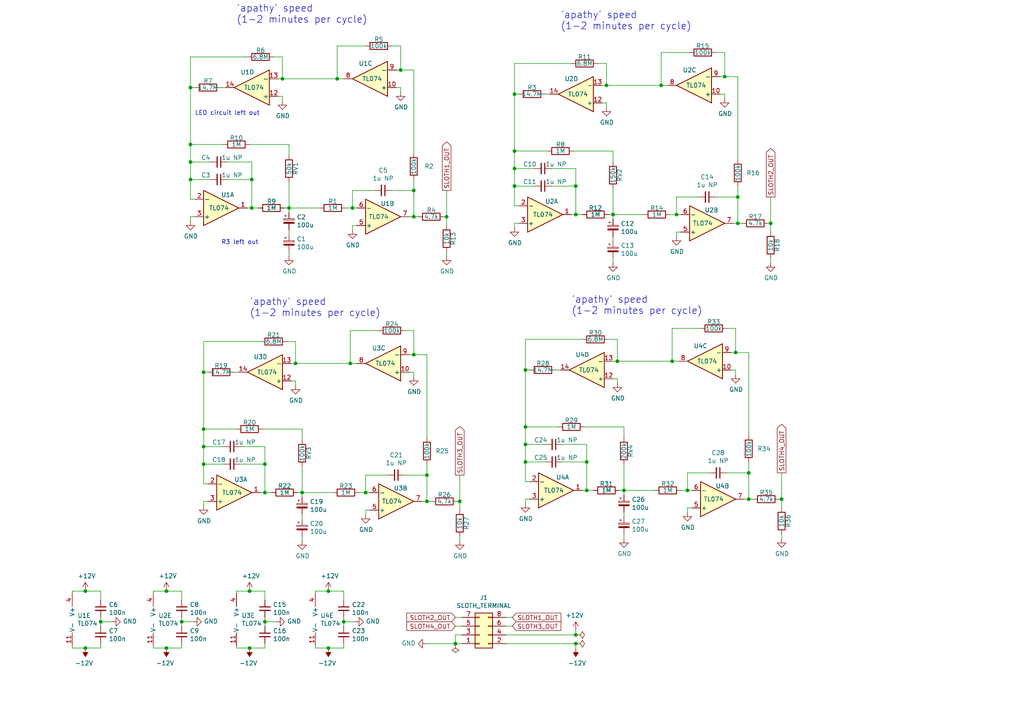
<source format=kicad_sch>
(kicad_sch (version 20211123) (generator eeschema)
  (paper "A4")
  (junction (at 133.35 145.415))
  (junction (at 99.695 180.34))
  (junction (at 85.725 105.41))
  (junction (at 95.25 187.96))
  (junction (at 24.765 171.45))
  (junction (at 101.6 105.41))
  (junction (at 81.915 22.86))
  (junction (at 149.225 27.305))
  (junction (at 76.835 180.34))
  (junction (at 179.07 104.775))
  (junction (at 106.045 142.875))
  (junction (at 123.825 137.795))
  (junction (at 167.005 186.69))
  (junction (at 152.4 128.905))
  (junction (at 196.215 62.23))
  (junction (at 217.17 137.16))
  (junction (at 149.225 43.815))
  (junction (at 55.245 52.07))
  (junction (at 167.005 62.23))
  (junction (at 167.005 53.975))
  (junction (at 95.25 171.45))
  (junction (at 152.4 133.985))
  (junction (at 223.52 64.77))
  (junction (at 120.015 62.865))
  (junction (at 55.245 25.4))
  (junction (at 180.975 142.24))
  (junction (at 213.995 57.15))
  (junction (at 102.235 60.325))
  (junction (at 24.765 187.96))
  (junction (at 152.4 123.825))
  (junction (at 199.39 142.24))
  (junction (at 149.225 48.895))
  (junction (at 213.995 64.77))
  (junction (at 73.025 60.325))
  (junction (at 48.26 171.45))
  (junction (at 29.21 180.34))
  (junction (at 129.54 62.865))
  (junction (at 73.025 52.07))
  (junction (at 97.79 22.86))
  (junction (at 167.005 184.15))
  (junction (at 194.945 104.775))
  (junction (at 76.835 134.62))
  (junction (at 55.245 41.91))
  (junction (at 83.82 60.325))
  (junction (at 152.4 107.315))
  (junction (at 55.245 46.99))
  (junction (at 170.18 133.985))
  (junction (at 177.8 62.23))
  (junction (at 226.695 144.78))
  (junction (at 59.055 134.62))
  (junction (at 52.705 180.34))
  (junction (at 72.39 187.96))
  (junction (at 59.055 129.54))
  (junction (at 217.17 144.78))
  (junction (at 120.015 102.87))
  (junction (at 76.835 142.875))
  (junction (at 213.36 102.235))
  (junction (at 120.015 55.245))
  (junction (at 59.055 107.95))
  (junction (at 59.055 124.46))
  (junction (at 116.205 20.32))
  (junction (at 170.18 142.24))
  (junction (at 123.825 145.415))
  (junction (at 132.08 186.69))
  (junction (at 149.225 53.975))
  (junction (at 210.185 22.225))
  (junction (at 175.895 24.765))
  (junction (at 87.63 142.875))
  (junction (at 48.26 187.96))
  (junction (at 191.77 24.765))
  (junction (at 72.39 171.45))
  (wire (pts (xy 59.055 134.62) (xy 64.77 134.62)))
  (wire (pts (xy 83.82 52.705) (xy 83.82 60.325)))
  (wire (pts (xy 129.54 74.295) (xy 129.54 73.025)))
  (wire (pts (xy 87.63 124.46) (xy 76.2 124.46)))
  (wire (pts (xy 85.725 110.49) (xy 84.455 110.49)))
  (wire (pts (xy 29.21 180.34) (xy 29.21 181.61)))
  (wire (pts (xy 59.055 107.95) (xy 59.055 124.46)))
  (wire (pts (xy 170.18 142.24) (xy 172.085 142.24)))
  (wire (pts (xy 55.245 62.865) (xy 56.515 62.865)))
  (wire (pts (xy 83.82 67.945) (xy 83.82 66.675)))
  (wire (pts (xy 102.235 65.405) (xy 103.505 65.405)))
  (wire (pts (xy 108.585 55.245) (xy 102.235 55.245)))
  (wire (pts (xy 125.095 145.415) (xy 123.825 145.415)))
  (wire (pts (xy 29.21 179.07) (xy 29.21 180.34)))
  (wire (pts (xy 85.725 111.76) (xy 85.725 110.49)))
  (wire (pts (xy 167.005 186.69) (xy 146.685 186.69)))
  (wire (pts (xy 179.07 104.775) (xy 179.07 98.425)))
  (wire (pts (xy 213.995 64.77) (xy 212.725 64.77)))
  (wire (pts (xy 210.185 27.305) (xy 208.915 27.305)))
  (wire (pts (xy 44.45 172.085) (xy 44.45 171.45)))
  (wire (pts (xy 102.87 180.34) (xy 99.695 180.34)))
  (wire (pts (xy 167.005 62.23) (xy 168.91 62.23)))
  (wire (pts (xy 123.825 134.62) (xy 123.825 137.795)))
  (wire (pts (xy 20.955 172.085) (xy 20.955 171.45)))
  (wire (pts (xy 81.915 27.94) (xy 80.645 27.94)))
  (wire (pts (xy 71.755 60.325) (xy 73.025 60.325)))
  (wire (pts (xy 177.8 63.5) (xy 177.8 62.23)))
  (wire (pts (xy 177.8 46.99) (xy 177.8 43.815)))
  (wire (pts (xy 91.44 187.96) (xy 91.44 187.325)))
  (wire (pts (xy 87.63 127.635) (xy 87.63 124.46)))
  (wire (pts (xy 163.195 133.985) (xy 170.18 133.985)))
  (wire (pts (xy 152.4 123.825) (xy 152.4 128.905)))
  (wire (pts (xy 55.245 25.4) (xy 56.515 25.4)))
  (wire (pts (xy 76.835 179.07) (xy 76.835 180.34)))
  (wire (pts (xy 146.685 181.61) (xy 148.59 181.61)))
  (wire (pts (xy 226.695 156.21) (xy 226.695 154.94)))
  (wire (pts (xy 152.4 133.985) (xy 158.115 133.985)))
  (wire (pts (xy 52.705 171.45) (xy 52.705 173.99)))
  (wire (pts (xy 20.955 187.96) (xy 20.955 187.325)))
  (wire (pts (xy 99.695 171.45) (xy 99.695 173.99)))
  (wire (pts (xy 175.895 31.115) (xy 175.895 29.845)))
  (wire (pts (xy 120.015 55.245) (xy 120.015 62.865)))
  (wire (pts (xy 180.975 143.51) (xy 180.975 142.24)))
  (wire (pts (xy 213.36 102.235) (xy 212.09 102.235)))
  (wire (pts (xy 223.52 76.2) (xy 223.52 74.93)))
  (wire (pts (xy 129.54 65.405) (xy 129.54 62.865)))
  (wire (pts (xy 66.04 46.99) (xy 73.025 46.99)))
  (wire (pts (xy 210.185 22.225) (xy 208.915 22.225)))
  (wire (pts (xy 132.08 181.61) (xy 133.985 181.61)))
  (wire (pts (xy 85.725 99.06) (xy 83.185 99.06)))
  (wire (pts (xy 68.58 187.96) (xy 68.58 187.325)))
  (wire (pts (xy 29.21 187.96) (xy 24.765 187.96)))
  (wire (pts (xy 149.225 48.895) (xy 149.225 53.975)))
  (wire (pts (xy 83.82 41.91) (xy 72.39 41.91)))
  (wire (pts (xy 73.025 46.99) (xy 73.025 52.07)))
  (wire (pts (xy 149.225 18.415) (xy 165.735 18.415)))
  (wire (pts (xy 123.825 145.415) (xy 122.555 145.415)))
  (wire (pts (xy 194.31 62.23) (xy 196.215 62.23)))
  (wire (pts (xy 223.52 67.31) (xy 223.52 64.77)))
  (wire (pts (xy 158.115 128.905) (xy 152.4 128.905)))
  (wire (pts (xy 168.91 142.24) (xy 170.18 142.24)))
  (wire (pts (xy 210.185 28.575) (xy 210.185 27.305)))
  (wire (pts (xy 120.015 107.95) (xy 118.745 107.95)))
  (wire (pts (xy 132.08 186.69) (xy 133.985 186.69)))
  (wire (pts (xy 213.995 53.975) (xy 213.995 57.15)))
  (wire (pts (xy 64.77 129.54) (xy 59.055 129.54)))
  (wire (pts (xy 29.21 186.69) (xy 29.21 187.96)))
  (wire (pts (xy 226.695 147.32) (xy 226.695 144.78)))
  (wire (pts (xy 91.44 172.085) (xy 91.44 171.45)))
  (wire (pts (xy 152.4 133.985) (xy 152.4 139.7)))
  (wire (pts (xy 123.825 137.795) (xy 123.825 145.415)))
  (wire (pts (xy 158.75 43.815) (xy 149.225 43.815)))
  (wire (pts (xy 59.055 99.06) (xy 75.565 99.06)))
  (wire (pts (xy 59.055 145.415) (xy 60.325 145.415)))
  (wire (pts (xy 86.36 142.875) (xy 87.63 142.875)))
  (wire (pts (xy 55.245 52.07) (xy 60.96 52.07)))
  (wire (pts (xy 116.205 20.32) (xy 116.205 13.335)))
  (wire (pts (xy 85.725 105.41) (xy 101.6 105.41)))
  (wire (pts (xy 102.235 55.245) (xy 102.235 60.325)))
  (wire (pts (xy 179.07 111.125) (xy 179.07 109.855)))
  (wire (pts (xy 83.82 45.085) (xy 83.82 41.91)))
  (wire (pts (xy 59.055 134.62) (xy 59.055 140.335)))
  (wire (pts (xy 149.225 27.305) (xy 150.495 27.305)))
  (wire (pts (xy 59.055 124.46) (xy 59.055 129.54)))
  (wire (pts (xy 95.25 171.45) (xy 99.695 171.45)))
  (wire (pts (xy 87.63 156.845) (xy 87.63 155.575)))
  (wire (pts (xy 213.36 108.585) (xy 213.36 107.315)))
  (wire (pts (xy 133.35 156.845) (xy 133.35 155.575)))
  (wire (pts (xy 177.8 62.23) (xy 186.69 62.23)))
  (wire (pts (xy 120.015 62.865) (xy 118.745 62.865)))
  (wire (pts (xy 81.915 22.86) (xy 81.915 16.51)))
  (wire (pts (xy 149.225 66.04) (xy 149.225 64.77)))
  (wire (pts (xy 101.6 105.41) (xy 101.6 95.885)))
  (wire (pts (xy 213.995 22.225) (xy 213.995 46.355)))
  (wire (pts (xy 120.015 95.885) (xy 117.475 95.885)))
  (wire (pts (xy 160.02 53.975) (xy 167.005 53.975)))
  (wire (pts (xy 210.82 137.16) (xy 217.17 137.16)))
  (wire (pts (xy 226.695 144.78) (xy 226.06 144.78)))
  (wire (pts (xy 176.53 62.23) (xy 177.8 62.23)))
  (wire (pts (xy 177.8 76.2) (xy 177.8 74.93)))
  (wire (pts (xy 167.005 182.88) (xy 167.005 184.15)))
  (wire (pts (xy 66.04 52.07) (xy 73.025 52.07)))
  (wire (pts (xy 76.835 180.34) (xy 76.835 181.61)))
  (wire (pts (xy 73.025 60.325) (xy 74.93 60.325)))
  (wire (pts (xy 160.02 48.895) (xy 167.005 48.895)))
  (wire (pts (xy 52.705 187.96) (xy 48.26 187.96)))
  (wire (pts (xy 112.395 137.795) (xy 106.045 137.795)))
  (wire (pts (xy 161.925 123.825) (xy 152.4 123.825)))
  (wire (pts (xy 48.26 187.96) (xy 44.45 187.96)))
  (wire (pts (xy 117.475 137.795) (xy 123.825 137.795)))
  (wire (pts (xy 59.055 129.54) (xy 59.055 134.62)))
  (wire (pts (xy 180.975 156.21) (xy 180.975 154.94)))
  (wire (pts (xy 44.45 171.45) (xy 48.26 171.45)))
  (wire (pts (xy 167.005 184.15) (xy 146.685 184.15)))
  (wire (pts (xy 132.08 184.15) (xy 132.08 186.69)))
  (wire (pts (xy 76.835 142.875) (xy 78.74 142.875)))
  (wire (pts (xy 97.79 13.335) (xy 106.045 13.335)))
  (wire (pts (xy 83.82 61.595) (xy 83.82 60.325)))
  (wire (pts (xy 60.96 46.99) (xy 55.245 46.99)))
  (wire (pts (xy 102.235 66.675) (xy 102.235 65.405)))
  (wire (pts (xy 165.735 62.23) (xy 167.005 62.23)))
  (wire (pts (xy 120.015 102.87) (xy 120.015 95.885)))
  (wire (pts (xy 133.985 184.15) (xy 132.08 184.15)))
  (wire (pts (xy 196.85 104.775) (xy 194.945 104.775)))
  (wire (pts (xy 180.975 127) (xy 180.975 123.825)))
  (wire (pts (xy 55.88 180.34) (xy 52.705 180.34)))
  (wire (pts (xy 24.765 187.96) (xy 20.955 187.96)))
  (wire (pts (xy 55.245 25.4) (xy 55.245 41.91)))
  (wire (pts (xy 194.945 95.25) (xy 203.2 95.25)))
  (wire (pts (xy 72.39 171.45) (xy 76.835 171.45)))
  (wire (pts (xy 55.245 46.99) (xy 55.245 52.07)))
  (wire (pts (xy 149.225 59.69) (xy 150.495 59.69)))
  (wire (pts (xy 226.695 144.78) (xy 226.695 137.16)))
  (wire (pts (xy 152.4 107.315) (xy 153.67 107.315)))
  (wire (pts (xy 149.225 27.305) (xy 149.225 43.815)))
  (wire (pts (xy 76.835 129.54) (xy 76.835 134.62)))
  (wire (pts (xy 191.77 15.24) (xy 200.025 15.24)))
  (wire (pts (xy 152.4 146.05) (xy 152.4 144.78)))
  (wire (pts (xy 95.25 187.96) (xy 91.44 187.96)))
  (wire (pts (xy 199.39 147.32) (xy 200.66 147.32)))
  (wire (pts (xy 85.725 105.41) (xy 85.725 99.06)))
  (wire (pts (xy 167.005 48.895) (xy 167.005 53.975)))
  (wire (pts (xy 129.54 62.865) (xy 129.54 55.245)))
  (wire (pts (xy 59.055 99.06) (xy 59.055 107.95)))
  (wire (pts (xy 116.205 25.4) (xy 114.935 25.4)))
  (wire (pts (xy 72.39 187.96) (xy 68.58 187.96)))
  (wire (pts (xy 199.39 137.16) (xy 199.39 142.24)))
  (wire (pts (xy 69.85 129.54) (xy 76.835 129.54)))
  (wire (pts (xy 76.835 187.96) (xy 72.39 187.96)))
  (wire (pts (xy 175.895 29.845) (xy 174.625 29.845)))
  (wire (pts (xy 102.235 60.325) (xy 103.505 60.325)))
  (wire (pts (xy 175.895 24.765) (xy 191.77 24.765)))
  (wire (pts (xy 202.565 57.15) (xy 196.215 57.15)))
  (wire (pts (xy 207.645 57.15) (xy 213.995 57.15)))
  (wire (pts (xy 199.39 148.59) (xy 199.39 147.32)))
  (wire (pts (xy 99.695 22.86) (xy 97.79 22.86)))
  (wire (pts (xy 55.245 52.07) (xy 55.245 57.785)))
  (wire (pts (xy 180.975 142.24) (xy 189.865 142.24)))
  (wire (pts (xy 210.185 22.225) (xy 210.185 15.24)))
  (wire (pts (xy 210.185 15.24) (xy 207.645 15.24)))
  (wire (pts (xy 180.975 123.825) (xy 169.545 123.825)))
  (wire (pts (xy 59.055 146.685) (xy 59.055 145.415)))
  (wire (pts (xy 81.915 16.51) (xy 79.375 16.51)))
  (wire (pts (xy 52.705 186.69) (xy 52.705 187.96)))
  (wire (pts (xy 68.58 171.45) (xy 72.39 171.45)))
  (wire (pts (xy 215.265 64.77) (xy 213.995 64.77)))
  (wire (pts (xy 64.135 25.4) (xy 65.405 25.4)))
  (wire (pts (xy 177.8 43.815) (xy 166.37 43.815)))
  (wire (pts (xy 83.82 60.325) (xy 92.71 60.325)))
  (wire (pts (xy 152.4 107.315) (xy 152.4 123.825)))
  (wire (pts (xy 103.505 105.41) (xy 101.6 105.41)))
  (wire (pts (xy 83.82 74.295) (xy 83.82 73.025)))
  (wire (pts (xy 68.58 172.085) (xy 68.58 171.45)))
  (wire (pts (xy 177.8 69.85) (xy 177.8 68.58)))
  (wire (pts (xy 133.35 147.955) (xy 133.35 145.415)))
  (wire (pts (xy 149.225 53.975) (xy 154.94 53.975)))
  (wire (pts (xy 213.36 102.235) (xy 213.36 95.25)))
  (wire (pts (xy 76.835 186.69) (xy 76.835 187.96)))
  (wire (pts (xy 100.33 60.325) (xy 102.235 60.325)))
  (wire (pts (xy 81.915 29.21) (xy 81.915 27.94)))
  (wire (pts (xy 179.07 98.425) (xy 176.53 98.425)))
  (wire (pts (xy 87.63 150.495) (xy 87.63 149.225)))
  (wire (pts (xy 149.225 64.77) (xy 150.495 64.77)))
  (wire (pts (xy 91.44 171.45) (xy 95.25 171.45)))
  (wire (pts (xy 196.215 57.15) (xy 196.215 62.23)))
  (wire (pts (xy 104.14 142.875) (xy 106.045 142.875)))
  (wire (pts (xy 223.52 64.77) (xy 222.885 64.77)))
  (wire (pts (xy 116.205 20.32) (xy 114.935 20.32)))
  (wire (pts (xy 75.565 142.875) (xy 76.835 142.875)))
  (wire (pts (xy 99.695 186.69) (xy 99.695 187.96)))
  (wire (pts (xy 120.015 20.32) (xy 120.015 44.45)))
  (wire (pts (xy 20.955 171.45) (xy 24.765 171.45)))
  (wire (pts (xy 106.045 137.795) (xy 106.045 142.875)))
  (wire (pts (xy 223.52 64.77) (xy 223.52 57.15)))
  (wire (pts (xy 67.945 107.95) (xy 69.215 107.95)))
  (wire (pts (xy 106.045 142.875) (xy 107.315 142.875)))
  (wire (pts (xy 217.17 102.235) (xy 213.36 102.235)))
  (wire (pts (xy 199.39 142.24) (xy 200.66 142.24)))
  (wire (pts (xy 80.01 180.34) (xy 76.835 180.34)))
  (wire (pts (xy 217.17 144.78) (xy 215.9 144.78)))
  (wire (pts (xy 123.825 102.87) (xy 123.825 127)))
  (wire (pts (xy 132.08 186.69) (xy 123.825 186.69)))
  (wire (pts (xy 179.07 104.775) (xy 194.945 104.775)))
  (wire (pts (xy 55.245 64.135) (xy 55.245 62.865)))
  (wire (pts (xy 55.245 16.51) (xy 71.755 16.51)))
  (wire (pts (xy 116.205 13.335) (xy 113.665 13.335)))
  (wire (pts (xy 163.195 128.905) (xy 170.18 128.905)))
  (wire (pts (xy 152.4 128.905) (xy 152.4 133.985)))
  (wire (pts (xy 217.17 133.985) (xy 217.17 137.16)))
  (wire (pts (xy 179.705 142.24) (xy 180.975 142.24)))
  (wire (pts (xy 179.07 109.855) (xy 177.8 109.855)))
  (wire (pts (xy 197.485 142.24) (xy 199.39 142.24)))
  (wire (pts (xy 149.225 43.815) (xy 149.225 48.895)))
  (wire (pts (xy 82.55 60.325) (xy 83.82 60.325)))
  (wire (pts (xy 87.63 135.255) (xy 87.63 142.875)))
  (wire (pts (xy 64.77 41.91) (xy 55.245 41.91)))
  (wire (pts (xy 196.215 67.31) (xy 197.485 67.31)))
  (wire (pts (xy 146.685 179.07) (xy 148.59 179.07)))
  (wire (pts (xy 152.4 144.78) (xy 153.67 144.78)))
  (wire (pts (xy 76.835 134.62) (xy 76.835 142.875)))
  (wire (pts (xy 116.205 26.67) (xy 116.205 25.4)))
  (wire (pts (xy 217.17 102.235) (xy 217.17 126.365)))
  (wire (pts (xy 167.005 187.96) (xy 167.005 186.69)))
  (wire (pts (xy 180.975 134.62) (xy 180.975 142.24)))
  (wire (pts (xy 196.215 62.23) (xy 197.485 62.23)))
  (wire (pts (xy 120.015 20.32) (xy 116.205 20.32)))
  (wire (pts (xy 59.055 140.335) (xy 60.325 140.335)))
  (wire (pts (xy 170.18 133.985) (xy 170.18 142.24)))
  (wire (pts (xy 76.835 171.45) (xy 76.835 173.99)))
  (wire (pts (xy 73.025 52.07) (xy 73.025 60.325)))
  (wire (pts (xy 106.045 149.225) (xy 106.045 147.955)))
  (wire (pts (xy 175.895 24.765) (xy 175.895 18.415)))
  (wire (pts (xy 193.675 24.765) (xy 191.77 24.765)))
  (wire (pts (xy 24.765 171.45) (xy 29.21 171.45)))
  (wire (pts (xy 123.825 102.87) (xy 120.015 102.87)))
  (wire (pts (xy 217.17 137.16) (xy 217.17 144.78)))
  (wire (pts (xy 152.4 139.7) (xy 153.67 139.7)))
  (wire (pts (xy 133.35 145.415) (xy 132.715 145.415)))
  (wire (pts (xy 120.015 52.07) (xy 120.015 55.245)))
  (wire (pts (xy 55.245 16.51) (xy 55.245 25.4)))
  (wire (pts (xy 161.29 107.315) (xy 162.56 107.315)))
  (wire (pts (xy 87.63 144.145) (xy 87.63 142.875)))
  (wire (pts (xy 149.225 18.415) (xy 149.225 27.305)))
  (wire (pts (xy 196.215 68.58) (xy 196.215 67.31)))
  (wire (pts (xy 175.895 18.415) (xy 173.355 18.415)))
  (wire (pts (xy 106.045 147.955) (xy 107.315 147.955)))
  (wire (pts (xy 99.695 187.96) (xy 95.25 187.96)))
  (wire (pts (xy 113.665 55.245) (xy 120.015 55.245)))
  (wire (pts (xy 180.975 149.86) (xy 180.975 148.59)))
  (wire (pts (xy 149.225 53.975) (xy 149.225 59.69)))
  (wire (pts (xy 213.36 95.25) (xy 210.82 95.25)))
  (wire (pts (xy 81.915 22.86) (xy 97.79 22.86)))
  (wire (pts (xy 132.08 179.07) (xy 133.985 179.07)))
  (wire (pts (xy 85.725 105.41) (xy 84.455 105.41)))
  (wire (pts (xy 48.26 171.45) (xy 52.705 171.45)))
  (wire (pts (xy 170.18 128.905) (xy 170.18 133.985)))
  (wire (pts (xy 213.995 57.15) (xy 213.995 64.77)))
  (wire (pts (xy 29.21 171.45) (xy 29.21 173.99)))
  (wire (pts (xy 154.94 48.895) (xy 149.225 48.895)))
  (wire (pts (xy 194.945 104.775) (xy 194.945 95.25)))
  (wire (pts (xy 129.54 62.865) (xy 128.905 62.865)))
  (wire (pts (xy 133.35 145.415) (xy 133.35 137.795)))
  (wire (pts (xy 120.015 109.22) (xy 120.015 107.95)))
  (wire (pts (xy 87.63 142.875) (xy 96.52 142.875)))
  (wire (pts (xy 167.005 53.975) (xy 167.005 62.23)))
  (wire (pts (xy 32.385 180.34) (xy 29.21 180.34)))
  (wire (pts (xy 205.74 137.16) (xy 199.39 137.16)))
  (wire (pts (xy 52.705 179.07) (xy 52.705 180.34)))
  (wire (pts (xy 55.245 57.785) (xy 56.515 57.785)))
  (wire (pts (xy 158.115 27.305) (xy 159.385 27.305)))
  (wire (pts (xy 68.58 124.46) (xy 59.055 124.46)))
  (wire (pts (xy 69.85 134.62) (xy 76.835 134.62)))
  (wire (pts (xy 213.36 107.315) (xy 212.09 107.315)))
  (wire (pts (xy 99.695 180.34) (xy 99.695 181.61)))
  (wire (pts (xy 152.4 98.425) (xy 168.91 98.425)))
  (wire (pts (xy 121.285 62.865) (xy 120.015 62.865)))
  (wire (pts (xy 177.8 54.61) (xy 177.8 62.23)))
  (wire (pts (xy 218.44 144.78) (xy 217.17 144.78)))
  (wire (pts (xy 191.77 24.765) (xy 191.77 15.24)))
  (wire (pts (xy 44.45 187.96) (xy 44.45 187.325)))
  (wire (pts (xy 101.6 95.885) (xy 109.855 95.885)))
  (wire (pts (xy 99.695 179.07) (xy 99.695 180.34)))
  (wire (pts (xy 213.995 22.225) (xy 210.185 22.225)))
  (wire (pts (xy 52.705 180.34) (xy 52.705 181.61)))
  (wire (pts (xy 55.245 41.91) (xy 55.245 46.99)))
  (wire (pts (xy 120.015 102.87) (xy 118.745 102.87)))
  (wire (pts (xy 175.895 24.765) (xy 174.625 24.765)))
  (wire (pts (xy 59.055 107.95) (xy 60.325 107.95)))
  (wire (pts (xy 97.79 22.86) (xy 97.79 13.335)))
  (wire (pts (xy 179.07 104.775) (xy 177.8 104.775)))
  (wire (pts (xy 81.915 22.86) (xy 80.645 22.86)))
  (wire (pts (xy 152.4 98.425) (xy 152.4 107.315)))
  (text "LED circuit left out" (at 56.515 33.655 0) (effects (font (size 1.27 1.27)) (justify left bottom)))
  (text "'apathy' speed\n(1-2 minutes per cycle)" (at 68.58 6.985 0) (effects (font (size 2.0066 2.0066)) (justify left bottom)))
  (text "R3 left out" (at 64.135 71.12 0) (effects (font (size 1.27 1.27)) (justify left bottom)))
  (text "'apathy' speed\n(1-2 minutes per cycle)" (at 72.39 92.075 0) (effects (font (size 2.0066 2.0066)) (justify left bottom)))
  (text "'apathy' speed\n(1-2 minutes per cycle)" (at 165.735 91.44 0) (effects (font (size 2.0066 2.0066)) (justify left bottom)))
  (text "'apathy' speed\n(1-2 minutes per cycle)" (at 162.56 8.89 0) (effects (font (size 2.0066 2.0066)) (justify left bottom)))
  (global_label "SLOTH3_OUT" (shape output) (at 133.35 137.795 90) (property "Intersheet References" "${INTERSHEET_REFS}" (effects hide)))
  (global_label "SLOTH1_OUT" (shape input) (at 148.59 179.07 0) (property "Intersheet References" "${INTERSHEET_REFS}" (effects hide)))
  (global_label "SLOTH2_OUT" (shape output) (at 223.52 57.15 90) (property "Intersheet References" "${INTERSHEET_REFS}" (effects hide)))
  (global_label "SLOTH4_OUT" (shape output) (at 226.695 137.16 90) (property "Intersheet References" "${INTERSHEET_REFS}" (effects hide)))
  (global_label "SLOTH2_OUT" (shape input) (at 132.08 179.07 180) (property "Intersheet References" "${INTERSHEET_REFS}" (effects hide)))
  (global_label "SLOTH1_OUT" (shape output) (at 129.54 55.245 90) (property "Intersheet References" "${INTERSHEET_REFS}" (effects hide)))
  (global_label "SLOTH3_OUT" (shape input) (at 148.59 181.61 0) (property "Intersheet References" "${INTERSHEET_REFS}" (effects hide)))
  (global_label "SLOTH4_OUT" (shape input) (at 132.08 181.61 180) (property "Intersheet References" "${INTERSHEET_REFS}" (effects hide)))
  (symbol (lib_id "Amplifier_Operational:TL074") (at 23.495 179.705 0) (unit 5)
    (property "Reference" "U1" (at 22.4282 178.5366 0) (effects (justify left)))
    (property "Value" "TL074" (at 22.4282 180.848 0) (effects (justify left)))
    (property "Footprint" "Package_SO:TSSOP-14_4.4x5mm_P0.65mm" (effects hide))
    (property "Datasheet" "http://www.ti.com/lit/ds/symlink/tl071.pdf" (effects hide))
    (property "Spice_Primitive" "X" (effects hide))
    (property "Spice_Model" "LM324" (effects hide))
    (property "Spice_Netlist_Enabled" "Y" (effects hide))
    (property "Spice_Lib_File" "/home/sbcd/Kicad/spices/lm324n.lib" (effects hide))
  )
  (symbol (lib_id "Device:C_Small") (at 29.21 176.53 0) (unit 1)
    (property "Reference" "C6" (at 31.5468 175.3616 0) (effects (justify left)))
    (property "Value" "100n" (at 31.5468 177.673 0) (effects (justify left)))
    (property "Footprint" "Capacitor_SMD:C_0603_1608Metric_Pad1.08x0.95mm_HandSolder" (effects hide))
  )
  (symbol (lib_id "Device:C_Small") (at 29.21 184.15 0) (unit 1)
    (property "Reference" "C7" (at 31.5468 182.9816 0) (effects (justify left)))
    (property "Value" "100n" (at 31.5468 185.293 0) (effects (justify left)))
    (property "Footprint" "Capacitor_SMD:C_0603_1608Metric_Pad1.08x0.95mm_HandSolder" (effects hide))
  )
  (symbol (lib_id "power:+12V") (at 24.765 171.45 0) (unit 1)
    (property "Reference" "#PWR01201" (effects hide))
    (property "Value" "+12V" (at 25.146 167.0558 0))
  )
  (symbol (lib_id "power:-12V") (at 24.765 187.96 180) (unit 1)
    (property "Reference" "#PWR01202" (effects hide))
    (property "Value" "-12V" (at 24.384 192.3542 0))
  )
  (symbol (lib_id "Connector_Generic:Conn_02x04_Odd_Even") (at 139.065 184.15 0) (mirror x) (unit 1)
    (property "Reference" "J1" (at 140.335 173.355 0))
    (property "Value" "SLOTH_TERMINAL" (at 140.335 175.6664 0))
    (property "Footprint" "Connector_PinSocket_2.54mm:PinSocket_2x04_P2.54mm_Vertical_SMD" (effects hide))
  )
  (symbol (lib_id "power:-12V") (at 167.005 187.96 0) (mirror x) (unit 1)
    (property "Reference" "#PWR0101" (effects hide))
    (property "Value" "-12V" (at 167.386 192.3542 0))
  )
  (symbol (lib_id "Amplifier_Operational:TL074") (at 64.135 60.325 0) (mirror x) (unit 1)
    (property "Reference" "U1" (at 66.04 56.515 0))
    (property "Value" "TL074" (at 63.5 60.325 0))
    (property "Footprint" "Package_SO:TSSOP-14_4.4x5mm_P0.65mm" (effects hide))
    (property "Datasheet" "http://www.ti.com/lit/ds/symlink/tl071.pdf" (effects hide))
    (property "Spice_Primitive" "X" (effects hide))
    (property "Spice_Model" "LM324" (effects hide))
    (property "Spice_Netlist_Enabled" "Y" (effects hide))
    (property "Spice_Lib_File" "/home/sbcd/Kicad/spices/lm324n.lib" (effects hide))
  )
  (symbol (lib_id "Amplifier_Operational:TL074") (at 111.125 62.865 0) (mirror x) (unit 2)
    (property "Reference" "U1" (at 112.395 59.055 0))
    (property "Value" "TL074" (at 109.855 62.865 0))
    (property "Footprint" "Package_SO:TSSOP-14_4.4x5mm_P0.65mm" (effects hide))
    (property "Datasheet" "http://www.ti.com/lit/ds/symlink/tl071.pdf" (effects hide))
    (property "Spice_Primitive" "X" (effects hide))
    (property "Spice_Model" "LM324" (effects hide))
    (property "Spice_Netlist_Enabled" "Y" (effects hide))
    (property "Spice_Lib_File" "/home/sbcd/Kicad/spices/lm324n.lib" (effects hide))
  )
  (symbol (lib_id "power:+12V") (at 167.005 182.88 0) (mirror y) (unit 1)
    (property "Reference" "#PWR0102" (effects hide))
    (property "Value" "+12V" (at 166.624 178.4858 0))
  )
  (symbol (lib_id "Amplifier_Operational:TL074") (at 107.315 22.86 180) (unit 3)
    (property "Reference" "U1" (at 106.045 18.415 0))
    (property "Value" "TL074" (at 107.95 22.86 0))
    (property "Footprint" "Package_SO:TSSOP-14_4.4x5mm_P0.65mm" (effects hide))
    (property "Datasheet" "http://www.ti.com/lit/ds/symlink/tl071.pdf" (effects hide))
    (property "Spice_Primitive" "X" (effects hide))
    (property "Spice_Model" "LM324" (effects hide))
    (property "Spice_Netlist_Enabled" "Y" (effects hide))
    (property "Spice_Lib_File" "/home/sbcd/Kicad/spices/lm324n.lib" (effects hide))
  )
  (symbol (lib_id "Amplifier_Operational:TL074") (at 73.025 25.4 180) (unit 4)
    (property "Reference" "U1" (at 71.755 20.955 0))
    (property "Value" "TL074" (at 73.66 25.4 0))
    (property "Footprint" "Package_SO:TSSOP-14_4.4x5mm_P0.65mm" (effects hide))
    (property "Datasheet" "http://www.ti.com/lit/ds/symlink/tl071.pdf" (effects hide))
    (property "Spice_Primitive" "X" (effects hide))
    (property "Spice_Model" "LM324" (effects hide))
    (property "Spice_Netlist_Enabled" "Y" (effects hide))
    (property "Spice_Lib_File" "/home/sbcd/Kicad/spices/lm324n.lib" (effects hide))
  )
  (symbol (lib_id "power:GND") (at 32.385 180.34 90) (unit 1)
    (property "Reference" "#PWR0104" (effects hide))
    (property "Value" "GND" (at 35.6362 180.213 90) (effects (justify right)))
  )
  (symbol (lib_id "power:GND") (at 55.245 64.135 0) (unit 1)
    (property "Reference" "#PWR0105" (effects hide))
    (property "Value" "GND" (at 55.372 68.5292 0))
  )
  (symbol (lib_id "power:GND") (at 83.82 74.295 0) (unit 1)
    (property "Reference" "#PWR0106" (effects hide))
    (property "Value" "GND" (at 83.947 78.6892 0))
  )
  (symbol (lib_id "power:GND") (at 102.235 66.675 0) (unit 1)
    (property "Reference" "#PWR0107" (effects hide))
    (property "Value" "GND" (at 102.362 71.0692 0))
  )
  (symbol (lib_id "power:GND") (at 129.54 74.295 0) (unit 1)
    (property "Reference" "#PWR0108" (effects hide))
    (property "Value" "GND" (at 129.667 78.6892 0))
  )
  (symbol (lib_id "power:GND") (at 81.915 29.21 0) (unit 1)
    (property "Reference" "#PWR0109" (effects hide))
    (property "Value" "GND" (at 82.042 33.6042 0))
  )
  (symbol (lib_id "power:GND") (at 116.205 26.67 0) (unit 1)
    (property "Reference" "#PWR0110" (effects hide))
    (property "Value" "GND" (at 116.332 31.0642 0))
  )
  (symbol (lib_id "Device:R") (at 78.74 60.325 270) (unit 1)
    (property "Reference" "R9" (at 78.74 58.42 90))
    (property "Value" "1M" (at 78.74 60.325 90))
    (property "Footprint" "Resistor_SMD:R_0603_1608Metric_Pad0.98x0.95mm_HandSolder" (effects hide))
  )
  (symbol (lib_id "sloths-rescue:CP_Small-Device") (at 83.82 64.135 0) (unit 1)
    (property "Reference" "C2" (at 86.0552 62.9666 0) (effects (justify left)))
    (property "Value" "100u" (at 86.0552 65.278 0) (effects (justify left)))
    (property "Footprint" "Capacitor_SMD:CP_Elec_6.3x7.7" (effects hide))
  )
  (symbol (lib_id "sloths-rescue:CP_Small-Device") (at 83.82 70.485 0) (unit 1)
    (property "Reference" "C1" (at 86.0552 69.3166 0) (effects (justify left)))
    (property "Value" "100u" (at 86.0552 71.628 0) (effects (justify left)))
    (property "Footprint" "Capacitor_SMD:CP_Elec_6.3x7.7" (effects hide))
  )
  (symbol (lib_id "power:GND") (at 123.825 186.69 270) (mirror x) (unit 1)
    (property "Reference" "#PWR0103" (effects hide))
    (property "Value" "GND" (at 120.5738 186.563 90) (effects (justify right)))
  )
  (symbol (lib_id "power:PWR_FLAG") (at 167.005 184.15 270) (mirror x) (unit 1)
    (property "Reference" "#FLG0101" (effects hide))
    (property "Value" "PWR_FLAG" (effects hide))
  )
  (symbol (lib_id "power:PWR_FLAG") (at 167.005 186.69 270) (mirror x) (unit 1)
    (property "Reference" "#FLG0102" (effects hide))
    (property "Value" "PWR_FLAG" (effects hide))
  )
  (symbol (lib_id "power:PWR_FLAG") (at 132.08 186.69 0) (mirror x) (unit 1)
    (property "Reference" "#FLG0103" (effects hide))
    (property "Value" "PWR_FLAG" (effects hide))
  )
  (symbol (lib_id "Device:R") (at 68.58 41.91 270) (unit 1)
    (property "Reference" "R10" (at 68.58 40.005 90))
    (property "Value" "1M" (at 68.58 41.91 90))
    (property "Footprint" "Resistor_SMD:R_0603_1608Metric_Pad0.98x0.95mm_HandSolder" (effects hide))
  )
  (symbol (lib_id "Device:C_Small") (at 63.5 46.99 270) (unit 1)
    (property "Reference" "C4" (at 59.69 45.72 90))
    (property "Value" "1u NP" (at 67.31 45.72 90))
    (property "Footprint" "Capacitor_SMD:C_0805_2012Metric" (effects hide))
  )
  (symbol (lib_id "Device:C_Small") (at 63.5 52.07 270) (unit 1)
    (property "Reference" "C3" (at 59.69 50.8 90))
    (property "Value" "1u NP" (at 67.31 50.8 90))
    (property "Footprint" "Capacitor_SMD:C_0805_2012Metric" (effects hide))
  )
  (symbol (lib_id "Device:R") (at 96.52 60.325 270) (unit 1)
    (property "Reference" "R1" (at 96.52 58.42 90))
    (property "Value" "1M" (at 96.52 60.325 90))
    (property "Footprint" "Resistor_SMD:R_0603_1608Metric_Pad0.98x0.95mm_HandSolder" (effects hide))
  )
  (symbol (lib_id "Device:C_Small") (at 111.125 55.245 270) (unit 1)
    (property "Reference" "C5" (at 111.125 49.4284 90))
    (property "Value" "1u NP" (at 111.125 51.7398 90))
    (property "Footprint" "Capacitor_SMD:C_0805_2012Metric" (effects hide))
  )
  (symbol (lib_id "Device:R") (at 120.015 48.26 180) (unit 1)
    (property "Reference" "R2" (at 124.46 48.26 0))
    (property "Value" "100k" (at 120.015 48.26 90))
    (property "Footprint" "Resistor_SMD:R_0603_1608Metric_Pad0.98x0.95mm_HandSolder" (effects hide))
  )
  (symbol (lib_id "Device:R") (at 125.095 62.865 270) (unit 1)
    (property "Reference" "R4" (at 125.095 60.96 90))
    (property "Value" "4.7k" (at 125.095 62.865 90))
    (property "Footprint" "Resistor_SMD:R_0603_1608Metric_Pad0.98x0.95mm_HandSolder" (effects hide))
  )
  (symbol (lib_id "Device:R") (at 109.855 13.335 270) (unit 1)
    (property "Reference" "R5" (at 109.855 11.43 90))
    (property "Value" "100k" (at 109.855 13.335 90))
    (property "Footprint" "Resistor_SMD:R_0603_1608Metric_Pad0.98x0.95mm_HandSolder" (effects hide))
  )
  (symbol (lib_id "Device:R") (at 75.565 16.51 270) (unit 1)
    (property "Reference" "R6" (at 75.565 14.605 90))
    (property "Value" "6.8M" (at 75.565 16.51 90))
    (property "Footprint" "Resistor_SMD:R_0603_1608Metric_Pad0.98x0.95mm_HandSolder" (effects hide))
  )
  (symbol (lib_id "Device:R") (at 60.325 25.4 270) (unit 1)
    (property "Reference" "R7" (at 60.325 23.495 90))
    (property "Value" "14.7M" (at 60.325 25.4 90))
    (property "Footprint" "Resistor_SMD:R_0603_1608Metric_Pad0.98x0.95mm_HandSolder" (effects hide))
  )
  (symbol (lib_id "Device:R") (at 129.54 69.215 180) (unit 1)
    (property "Reference" "R13" (at 131.445 69.215 90))
    (property "Value" "10k" (at 129.54 69.215 90))
    (property "Footprint" "Resistor_SMD:R_0603_1608Metric_Pad0.98x0.95mm_HandSolder" (effects hide))
  )
  (symbol (lib_id "Device:R") (at 83.82 48.895 180) (unit 1)
    (property "Reference" "RV1" (at 85.725 48.895 90))
    (property "Value" "50k" (at 83.82 48.895 90))
    (property "Footprint" "Resistor_SMD:R_0603_1608Metric_Pad0.98x0.95mm_HandSolder" (effects hide))
  )
  (symbol (lib_id "Amplifier_Operational:TL074") (at 46.99 179.705 0) (unit 5)
    (property "Reference" "U2" (at 45.9232 178.5366 0) (effects (justify left)))
    (property "Value" "TL074" (at 45.9232 180.848 0) (effects (justify left)))
    (property "Footprint" "Package_SO:TSSOP-14_4.4x5mm_P0.65mm" (effects hide))
    (property "Datasheet" "http://www.ti.com/lit/ds/symlink/tl071.pdf" (effects hide))
    (property "Spice_Primitive" "X" (effects hide))
    (property "Spice_Model" "LM324" (effects hide))
    (property "Spice_Netlist_Enabled" "Y" (effects hide))
    (property "Spice_Lib_File" "/home/sbcd/Kicad/spices/lm324n.lib" (effects hide))
  )
  (symbol (lib_id "Device:C_Small") (at 52.705 176.53 0) (unit 1)
    (property "Reference" "C8" (at 55.0418 175.3616 0) (effects (justify left)))
    (property "Value" "100n" (at 55.0418 177.673 0) (effects (justify left)))
    (property "Footprint" "Capacitor_SMD:C_0603_1608Metric_Pad1.08x0.95mm_HandSolder" (effects hide))
  )
  (symbol (lib_id "Device:C_Small") (at 52.705 184.15 0) (unit 1)
    (property "Reference" "C9" (at 55.0418 182.9816 0) (effects (justify left)))
    (property "Value" "100n" (at 55.0418 185.293 0) (effects (justify left)))
    (property "Footprint" "Capacitor_SMD:C_0603_1608Metric_Pad1.08x0.95mm_HandSolder" (effects hide))
  )
  (symbol (lib_id "power:GND") (at 55.88 180.34 90) (unit 1)
    (property "Reference" "#PWR03" (effects hide))
    (property "Value" "GND" (at 59.1312 180.213 90) (effects (justify right)))
  )
  (symbol (lib_id "power:-12V") (at 48.26 187.96 180) (unit 1)
    (property "Reference" "#PWR02" (effects hide))
    (property "Value" "-12V" (at 47.879 192.3542 0))
  )
  (symbol (lib_id "power:+12V") (at 48.26 171.45 0) (unit 1)
    (property "Reference" "#PWR01" (effects hide))
    (property "Value" "+12V" (at 48.641 167.0558 0))
  )
  (symbol (lib_id "Amplifier_Operational:TL074") (at 158.115 62.23 0) (mirror x) (unit 1)
    (property "Reference" "U2" (at 160.02 58.42 0))
    (property "Value" "TL074" (at 157.48 62.23 0))
    (property "Footprint" "Package_SO:TSSOP-14_4.4x5mm_P0.65mm" (effects hide))
    (property "Datasheet" "http://www.ti.com/lit/ds/symlink/tl071.pdf" (effects hide))
    (property "Spice_Primitive" "X" (effects hide))
    (property "Spice_Model" "LM324" (effects hide))
    (property "Spice_Netlist_Enabled" "Y" (effects hide))
    (property "Spice_Lib_File" "/home/sbcd/Kicad/spices/lm324n.lib" (effects hide))
  )
  (symbol (lib_id "Amplifier_Operational:TL074") (at 205.105 64.77 0) (mirror x) (unit 2)
    (property "Reference" "U2" (at 206.375 60.96 0))
    (property "Value" "TL074" (at 203.835 64.77 0))
    (property "Footprint" "Package_SO:TSSOP-14_4.4x5mm_P0.65mm" (effects hide))
    (property "Datasheet" "http://www.ti.com/lit/ds/symlink/tl071.pdf" (effects hide))
    (property "Spice_Primitive" "X" (effects hide))
    (property "Spice_Model" "LM324" (effects hide))
    (property "Spice_Netlist_Enabled" "Y" (effects hide))
    (property "Spice_Lib_File" "/home/sbcd/Kicad/spices/lm324n.lib" (effects hide))
  )
  (symbol (lib_id "Amplifier_Operational:TL074") (at 201.295 24.765 180) (unit 3)
    (property "Reference" "U2" (at 200.025 20.32 0))
    (property "Value" "TL074" (at 201.93 24.765 0))
    (property "Footprint" "Package_SO:TSSOP-14_4.4x5mm_P0.65mm" (effects hide))
    (property "Datasheet" "http://www.ti.com/lit/ds/symlink/tl071.pdf" (effects hide))
    (property "Spice_Primitive" "X" (effects hide))
    (property "Spice_Model" "LM324" (effects hide))
    (property "Spice_Netlist_Enabled" "Y" (effects hide))
    (property "Spice_Lib_File" "/home/sbcd/Kicad/spices/lm324n.lib" (effects hide))
  )
  (symbol (lib_id "Amplifier_Operational:TL074") (at 167.005 27.305 180) (unit 4)
    (property "Reference" "U2" (at 165.735 22.86 0))
    (property "Value" "TL074" (at 167.64 27.305 0))
    (property "Footprint" "Package_SO:TSSOP-14_4.4x5mm_P0.65mm" (effects hide))
    (property "Datasheet" "http://www.ti.com/lit/ds/symlink/tl071.pdf" (effects hide))
    (property "Spice_Primitive" "X" (effects hide))
    (property "Spice_Model" "LM324" (effects hide))
    (property "Spice_Netlist_Enabled" "Y" (effects hide))
    (property "Spice_Lib_File" "/home/sbcd/Kicad/spices/lm324n.lib" (effects hide))
  )
  (symbol (lib_id "Device:R") (at 172.72 62.23 270) (unit 1)
    (property "Reference" "R12" (at 172.72 60.325 90))
    (property "Value" "1M" (at 172.72 62.23 90))
    (property "Footprint" "Resistor_SMD:R_0603_1608Metric_Pad0.98x0.95mm_HandSolder" (effects hide))
  )
  (symbol (lib_id "sloths-rescue:CP_Small-Device") (at 177.8 66.04 0) (unit 1)
    (property "Reference" "C12" (at 180.0352 64.8716 0) (effects (justify left)))
    (property "Value" "100u" (at 180.0352 67.183 0) (effects (justify left)))
    (property "Footprint" "Capacitor_SMD:CP_Elec_6.3x7.7" (effects hide))
  )
  (symbol (lib_id "sloths-rescue:CP_Small-Device") (at 177.8 72.39 0) (unit 1)
    (property "Reference" "C13" (at 180.0352 71.2216 0) (effects (justify left)))
    (property "Value" "100u" (at 180.0352 73.533 0) (effects (justify left)))
    (property "Footprint" "Capacitor_SMD:CP_Elec_6.3x7.7" (effects hide))
  )
  (symbol (lib_id "Device:R") (at 162.56 43.815 270) (unit 1)
    (property "Reference" "R8" (at 162.56 41.91 90))
    (property "Value" "1M" (at 162.56 43.815 90))
    (property "Footprint" "Resistor_SMD:R_0603_1608Metric_Pad0.98x0.95mm_HandSolder" (effects hide))
  )
  (symbol (lib_id "Device:R") (at 190.5 62.23 270) (unit 1)
    (property "Reference" "R14" (at 190.5 60.325 90))
    (property "Value" "1M" (at 190.5 62.23 90))
    (property "Footprint" "Resistor_SMD:R_0603_1608Metric_Pad0.98x0.95mm_HandSolder" (effects hide))
  )
  (symbol (lib_id "Device:C_Small") (at 205.105 57.15 270) (unit 1)
    (property "Reference" "C14" (at 205.105 51.3334 90))
    (property "Value" "1u NP" (at 205.105 53.6448 90))
    (property "Footprint" "Capacitor_SMD:C_0805_2012Metric" (effects hide))
  )
  (symbol (lib_id "Device:R") (at 213.995 50.165 180) (unit 1)
    (property "Reference" "R16" (at 218.44 50.165 0))
    (property "Value" "100k" (at 213.995 50.165 90))
    (property "Footprint" "Resistor_SMD:R_0603_1608Metric_Pad0.98x0.95mm_HandSolder" (effects hide))
  )
  (symbol (lib_id "Device:R") (at 219.075 64.77 270) (unit 1)
    (property "Reference" "R17" (at 219.075 62.865 90))
    (property "Value" "4.7k" (at 219.075 64.77 90))
    (property "Footprint" "Resistor_SMD:R_0603_1608Metric_Pad0.98x0.95mm_HandSolder" (effects hide))
  )
  (symbol (lib_id "Device:R") (at 203.835 15.24 270) (unit 1)
    (property "Reference" "R15" (at 203.835 13.335 90))
    (property "Value" "100k" (at 203.835 15.24 90))
    (property "Footprint" "Resistor_SMD:R_0603_1608Metric_Pad0.98x0.95mm_HandSolder" (effects hide))
  )
  (symbol (lib_id "Device:R") (at 169.545 18.415 270) (unit 1)
    (property "Reference" "R11" (at 169.545 16.51 90))
    (property "Value" "6.8M" (at 169.545 18.415 90))
    (property "Footprint" "Resistor_SMD:R_0603_1608Metric_Pad0.98x0.95mm_HandSolder" (effects hide))
  )
  (symbol (lib_id "Device:R") (at 154.305 27.305 270) (unit 1)
    (property "Reference" "R3" (at 154.305 25.4 90))
    (property "Value" "14.7M" (at 154.305 27.305 90))
    (property "Footprint" "Resistor_SMD:R_0603_1608Metric_Pad0.98x0.95mm_HandSolder" (effects hide))
  )
  (symbol (lib_id "Device:R") (at 223.52 71.12 180) (unit 1)
    (property "Reference" "R18" (at 225.425 71.12 90))
    (property "Value" "10k" (at 223.52 71.12 90))
    (property "Footprint" "Resistor_SMD:R_0603_1608Metric_Pad0.98x0.95mm_HandSolder" (effects hide))
  )
  (symbol (lib_id "Device:C_Small") (at 157.48 53.975 270) (unit 1)
    (property "Reference" "C11" (at 153.67 52.705 90))
    (property "Value" "1u NP" (at 161.29 52.705 90))
    (property "Footprint" "Capacitor_SMD:C_0805_2012Metric" (effects hide))
  )
  (symbol (lib_id "Device:C_Small") (at 157.48 48.895 270) (unit 1)
    (property "Reference" "C10" (at 153.67 47.625 90))
    (property "Value" "1u NP" (at 161.29 47.625 90))
    (property "Footprint" "Capacitor_SMD:C_0805_2012Metric" (effects hide))
  )
  (symbol (lib_id "power:GND") (at 149.225 66.04 0) (unit 1)
    (property "Reference" "#PWR04" (effects hide))
    (property "Value" "GND" (at 149.352 70.4342 0))
  )
  (symbol (lib_id "power:GND") (at 177.8 76.2 0) (unit 1)
    (property "Reference" "#PWR06" (effects hide))
    (property "Value" "GND" (at 177.927 80.5942 0))
  )
  (symbol (lib_id "power:GND") (at 196.215 68.58 0) (unit 1)
    (property "Reference" "#PWR07" (effects hide))
    (property "Value" "GND" (at 196.342 72.9742 0))
  )
  (symbol (lib_id "power:GND") (at 223.52 76.2 0) (unit 1)
    (property "Reference" "#PWR09" (effects hide))
    (property "Value" "GND" (at 223.647 80.5942 0))
  )
  (symbol (lib_id "power:GND") (at 175.895 31.115 0) (unit 1)
    (property "Reference" "#PWR05" (effects hide))
    (property "Value" "GND" (at 176.022 35.5092 0))
  )
  (symbol (lib_id "power:GND") (at 210.185 28.575 0) (unit 1)
    (property "Reference" "#PWR08" (effects hide))
    (property "Value" "GND" (at 210.312 32.9692 0))
  )
  (symbol (lib_id "Device:R") (at 177.8 50.8 180) (unit 1)
    (property "Reference" "RV2" (at 179.705 50.8 90))
    (property "Value" "150k" (at 177.8 50.8 90))
    (property "Footprint" "Resistor_SMD:R_0603_1608Metric_Pad0.98x0.95mm_HandSolder" (effects hide))
  )
  (symbol (lib_id "Amplifier_Operational:TL074") (at 71.12 179.705 0) (unit 5)
    (property "Reference" "U3" (at 70.0532 178.5366 0) (effects (justify left)))
    (property "Value" "TL074" (at 70.0532 180.848 0) (effects (justify left)))
    (property "Footprint" "Package_SO:TSSOP-14_4.4x5mm_P0.65mm" (effects hide))
    (property "Datasheet" "http://www.ti.com/lit/ds/symlink/tl071.pdf" (effects hide))
    (property "Spice_Primitive" "X" (effects hide))
    (property "Spice_Model" "LM324" (effects hide))
    (property "Spice_Netlist_Enabled" "Y" (effects hide))
    (property "Spice_Lib_File" "/home/sbcd/Kicad/spices/lm324n.lib" (effects hide))
  )
  (symbol (lib_id "Device:C_Small") (at 76.835 176.53 0) (unit 1)
    (property "Reference" "C15" (at 79.1718 175.3616 0) (effects (justify left)))
    (property "Value" "100n" (at 79.1718 177.673 0) (effects (justify left)))
    (property "Footprint" "Capacitor_SMD:C_0603_1608Metric_Pad1.08x0.95mm_HandSolder" (effects hide))
  )
  (symbol (lib_id "Device:C_Small") (at 76.835 184.15 0) (unit 1)
    (property "Reference" "C16" (at 79.1718 182.9816 0) (effects (justify left)))
    (property "Value" "100n" (at 79.1718 185.293 0) (effects (justify left)))
    (property "Footprint" "Capacitor_SMD:C_0603_1608Metric_Pad1.08x0.95mm_HandSolder" (effects hide))
  )
  (symbol (lib_id "power:GND") (at 80.01 180.34 90) (unit 1)
    (property "Reference" "#PWR012" (effects hide))
    (property "Value" "GND" (at 83.2612 180.213 90) (effects (justify right)))
  )
  (symbol (lib_id "power:-12V") (at 72.39 187.96 180) (unit 1)
    (property "Reference" "#PWR011" (effects hide))
    (property "Value" "-12V" (at 72.009 192.3542 0))
  )
  (symbol (lib_id "power:+12V") (at 72.39 171.45 0) (unit 1)
    (property "Reference" "#PWR010" (effects hide))
    (property "Value" "+12V" (at 72.771 167.0558 0))
  )
  (symbol (lib_id "Amplifier_Operational:TL074") (at 67.945 142.875 0) (mirror x) (unit 1)
    (property "Reference" "U3" (at 69.85 139.065 0))
    (property "Value" "TL074" (at 67.31 142.875 0))
    (property "Footprint" "Package_SO:TSSOP-14_4.4x5mm_P0.65mm" (effects hide))
    (property "Datasheet" "http://www.ti.com/lit/ds/symlink/tl071.pdf" (effects hide))
    (property "Spice_Primitive" "X" (effects hide))
    (property "Spice_Model" "LM324" (effects hide))
    (property "Spice_Netlist_Enabled" "Y" (effects hide))
    (property "Spice_Lib_File" "/home/sbcd/Kicad/spices/lm324n.lib" (effects hide))
  )
  (symbol (lib_id "Amplifier_Operational:TL074") (at 114.935 145.415 0) (mirror x) (unit 2)
    (property "Reference" "U3" (at 116.205 141.605 0))
    (property "Value" "TL074" (at 113.665 145.415 0))
    (property "Footprint" "Package_SO:TSSOP-14_4.4x5mm_P0.65mm" (effects hide))
    (property "Datasheet" "http://www.ti.com/lit/ds/symlink/tl071.pdf" (effects hide))
    (property "Spice_Primitive" "X" (effects hide))
    (property "Spice_Model" "LM324" (effects hide))
    (property "Spice_Netlist_Enabled" "Y" (effects hide))
    (property "Spice_Lib_File" "/home/sbcd/Kicad/spices/lm324n.lib" (effects hide))
  )
  (symbol (lib_id "Amplifier_Operational:TL074") (at 111.125 105.41 180) (unit 3)
    (property "Reference" "U3" (at 109.855 100.965 0))
    (property "Value" "TL074" (at 111.76 105.41 0))
    (property "Footprint" "Package_SO:TSSOP-14_4.4x5mm_P0.65mm" (effects hide))
    (property "Datasheet" "http://www.ti.com/lit/ds/symlink/tl071.pdf" (effects hide))
    (property "Spice_Primitive" "X" (effects hide))
    (property "Spice_Model" "LM324" (effects hide))
    (property "Spice_Netlist_Enabled" "Y" (effects hide))
    (property "Spice_Lib_File" "/home/sbcd/Kicad/spices/lm324n.lib" (effects hide))
  )
  (symbol (lib_id "Amplifier_Operational:TL074") (at 76.835 107.95 180) (unit 4)
    (property "Reference" "U3" (at 75.565 103.505 0))
    (property "Value" "TL074" (at 77.47 107.95 0))
    (property "Footprint" "Package_SO:TSSOP-14_4.4x5mm_P0.65mm" (effects hide))
    (property "Datasheet" "http://www.ti.com/lit/ds/symlink/tl071.pdf" (effects hide))
    (property "Spice_Primitive" "X" (effects hide))
    (property "Spice_Model" "LM324" (effects hide))
    (property "Spice_Netlist_Enabled" "Y" (effects hide))
    (property "Spice_Lib_File" "/home/sbcd/Kicad/spices/lm324n.lib" (effects hide))
  )
  (symbol (lib_id "Device:R") (at 82.55 142.875 270) (unit 1)
    (property "Reference" "R22" (at 82.55 140.97 90))
    (property "Value" "1M" (at 82.55 142.875 90))
    (property "Footprint" "Resistor_SMD:R_0603_1608Metric_Pad0.98x0.95mm_HandSolder" (effects hide))
  )
  (symbol (lib_id "sloths-rescue:CP_Small-Device") (at 87.63 146.685 0) (unit 1)
    (property "Reference" "C19" (at 89.8652 145.5166 0) (effects (justify left)))
    (property "Value" "100u" (at 89.8652 147.828 0) (effects (justify left)))
    (property "Footprint" "Capacitor_SMD:CP_Elec_6.3x7.7" (effects hide))
  )
  (symbol (lib_id "sloths-rescue:CP_Small-Device") (at 87.63 153.035 0) (unit 1)
    (property "Reference" "C20" (at 89.8652 151.8666 0) (effects (justify left)))
    (property "Value" "100u" (at 89.8652 154.178 0) (effects (justify left)))
    (property "Footprint" "Capacitor_SMD:CP_Elec_6.3x7.7" (effects hide))
  )
  (symbol (lib_id "Device:R") (at 72.39 124.46 270) (unit 1)
    (property "Reference" "R20" (at 72.39 122.555 90))
    (property "Value" "1M" (at 72.39 124.46 90))
    (property "Footprint" "Resistor_SMD:R_0603_1608Metric_Pad0.98x0.95mm_HandSolder" (effects hide))
  )
  (symbol (lib_id "Device:R") (at 100.33 142.875 270) (unit 1)
    (property "Reference" "R23" (at 100.33 140.97 90))
    (property "Value" "1M" (at 100.33 142.875 90))
    (property "Footprint" "Resistor_SMD:R_0603_1608Metric_Pad0.98x0.95mm_HandSolder" (effects hide))
  )
  (symbol (lib_id "Device:C_Small") (at 114.935 137.795 270) (unit 1)
    (property "Reference" "C21" (at 114.935 131.9784 90))
    (property "Value" "1u NP" (at 114.935 134.2898 90))
    (property "Footprint" "Capacitor_SMD:C_0805_2012Metric" (effects hide))
  )
  (symbol (lib_id "Device:R") (at 123.825 130.81 180) (unit 1)
    (property "Reference" "R25" (at 128.27 130.81 0))
    (property "Value" "100k" (at 123.825 130.81 90))
    (property "Footprint" "Resistor_SMD:R_0603_1608Metric_Pad0.98x0.95mm_HandSolder" (effects hide))
  )
  (symbol (lib_id "Device:R") (at 128.905 145.415 270) (unit 1)
    (property "Reference" "R26" (at 128.905 143.51 90))
    (property "Value" "4.7k" (at 128.905 145.415 90))
    (property "Footprint" "Resistor_SMD:R_0603_1608Metric_Pad0.98x0.95mm_HandSolder" (effects hide))
  )
  (symbol (lib_id "Device:R") (at 113.665 95.885 270) (unit 1)
    (property "Reference" "R24" (at 113.665 93.98 90))
    (property "Value" "100k" (at 113.665 95.885 90))
    (property "Footprint" "Resistor_SMD:R_0603_1608Metric_Pad0.98x0.95mm_HandSolder" (effects hide))
  )
  (symbol (lib_id "Device:R") (at 79.375 99.06 270) (unit 1)
    (property "Reference" "R21" (at 79.375 97.155 90))
    (property "Value" "6.8M" (at 79.375 99.06 90))
    (property "Footprint" "Resistor_SMD:R_0603_1608Metric_Pad0.98x0.95mm_HandSolder" (effects hide))
  )
  (symbol (lib_id "Device:R") (at 64.135 107.95 270) (unit 1)
    (property "Reference" "R19" (at 64.135 106.045 90))
    (property "Value" "14.7M" (at 64.135 107.95 90))
    (property "Footprint" "Resistor_SMD:R_0603_1608Metric_Pad0.98x0.95mm_HandSolder" (effects hide))
  )
  (symbol (lib_id "Device:R") (at 133.35 151.765 180) (unit 1)
    (property "Reference" "R27" (at 135.255 151.765 90))
    (property "Value" "10k" (at 133.35 151.765 90))
    (property "Footprint" "Resistor_SMD:R_0603_1608Metric_Pad0.98x0.95mm_HandSolder" (effects hide))
  )
  (symbol (lib_id "Device:C_Small") (at 67.31 134.62 270) (unit 1)
    (property "Reference" "C18" (at 63.5 133.35 90))
    (property "Value" "1u NP" (at 71.12 133.35 90))
    (property "Footprint" "Capacitor_SMD:C_0805_2012Metric" (effects hide))
  )
  (symbol (lib_id "Device:C_Small") (at 67.31 129.54 270) (unit 1)
    (property "Reference" "C17" (at 63.5 128.27 90))
    (property "Value" "1u NP" (at 71.12 128.27 90))
    (property "Footprint" "Capacitor_SMD:C_0805_2012Metric" (effects hide))
  )
  (symbol (lib_id "power:GND") (at 59.055 146.685 0) (unit 1)
    (property "Reference" "#PWR013" (effects hide))
    (property "Value" "GND" (at 59.182 151.0792 0))
  )
  (symbol (lib_id "power:GND") (at 87.63 156.845 0) (unit 1)
    (property "Reference" "#PWR015" (effects hide))
    (property "Value" "GND" (at 87.757 161.2392 0))
  )
  (symbol (lib_id "power:GND") (at 106.045 149.225 0) (unit 1)
    (property "Reference" "#PWR016" (effects hide))
    (property "Value" "GND" (at 106.172 153.6192 0))
  )
  (symbol (lib_id "power:GND") (at 133.35 156.845 0) (unit 1)
    (property "Reference" "#PWR018" (effects hide))
    (property "Value" "GND" (at 133.477 161.2392 0))
  )
  (symbol (lib_id "power:GND") (at 85.725 111.76 0) (unit 1)
    (property "Reference" "#PWR014" (effects hide))
    (property "Value" "GND" (at 85.852 116.1542 0))
  )
  (symbol (lib_id "power:GND") (at 120.015 109.22 0) (unit 1)
    (property "Reference" "#PWR017" (effects hide))
    (property "Value" "GND" (at 120.142 113.6142 0))
  )
  (symbol (lib_id "Device:R") (at 87.63 131.445 180) (unit 1)
    (property "Reference" "RV3" (at 89.535 131.445 90))
    (property "Value" "100k" (at 87.63 131.445 90))
    (property "Footprint" "Resistor_SMD:R_0603_1608Metric_Pad0.98x0.95mm_HandSolder" (effects hide))
  )
  (symbol (lib_id "Amplifier_Operational:TL074") (at 93.98 179.705 0) (unit 5)
    (property "Reference" "U4" (at 92.9132 178.5366 0) (effects (justify left)))
    (property "Value" "TL074" (at 92.9132 180.848 0) (effects (justify left)))
    (property "Footprint" "Package_SO:TSSOP-14_4.4x5mm_P0.65mm" (effects hide))
    (property "Datasheet" "http://www.ti.com/lit/ds/symlink/tl071.pdf" (effects hide))
    (property "Spice_Primitive" "X" (effects hide))
    (property "Spice_Model" "LM324" (effects hide))
    (property "Spice_Netlist_Enabled" "Y" (effects hide))
    (property "Spice_Lib_File" "/home/sbcd/Kicad/spices/lm324n.lib" (effects hide))
  )
  (symbol (lib_id "Device:C_Small") (at 99.695 176.53 0) (unit 1)
    (property "Reference" "C22" (at 102.0318 175.3616 0) (effects (justify left)))
    (property "Value" "100n" (at 102.0318 177.673 0) (effects (justify left)))
    (property "Footprint" "Capacitor_SMD:C_0603_1608Metric_Pad1.08x0.95mm_HandSolder" (effects hide))
  )
  (symbol (lib_id "Device:C_Small") (at 99.695 184.15 0) (unit 1)
    (property "Reference" "C23" (at 102.0318 182.9816 0) (effects (justify left)))
    (property "Value" "100n" (at 102.0318 185.293 0) (effects (justify left)))
    (property "Footprint" "Capacitor_SMD:C_0603_1608Metric_Pad1.08x0.95mm_HandSolder" (effects hide))
  )
  (symbol (lib_id "power:GND") (at 102.87 180.34 90) (unit 1)
    (property "Reference" "#PWR021" (effects hide))
    (property "Value" "GND" (at 106.1212 180.213 90) (effects (justify right)))
  )
  (symbol (lib_id "power:-12V") (at 95.25 187.96 180) (unit 1)
    (property "Reference" "#PWR020" (effects hide))
    (property "Value" "-12V" (at 94.869 192.3542 0))
  )
  (symbol (lib_id "power:+12V") (at 95.25 171.45 0) (unit 1)
    (property "Reference" "#PWR019" (effects hide))
    (property "Value" "+12V" (at 95.631 167.0558 0))
  )
  (symbol (lib_id "Amplifier_Operational:TL074") (at 161.29 142.24 0) (mirror x) (unit 1)
    (property "Reference" "U4" (at 163.195 138.43 0))
    (property "Value" "TL074" (at 160.655 142.24 0))
    (property "Footprint" "Package_SO:TSSOP-14_4.4x5mm_P0.65mm" (effects hide))
    (property "Datasheet" "http://www.ti.com/lit/ds/symlink/tl071.pdf" (effects hide))
    (property "Spice_Primitive" "X" (effects hide))
    (property "Spice_Model" "LM324" (effects hide))
    (property "Spice_Netlist_Enabled" "Y" (effects hide))
    (property "Spice_Lib_File" "/home/sbcd/Kicad/spices/lm324n.lib" (effects hide))
  )
  (symbol (lib_id "Amplifier_Operational:TL074") (at 208.28 144.78 0) (mirror x) (unit 2)
    (property "Reference" "U4" (at 209.55 140.97 0))
    (property "Value" "TL074" (at 207.01 144.78 0))
    (property "Footprint" "Package_SO:TSSOP-14_4.4x5mm_P0.65mm" (effects hide))
    (property "Datasheet" "http://www.ti.com/lit/ds/symlink/tl071.pdf" (effects hide))
    (property "Spice_Primitive" "X" (effects hide))
    (property "Spice_Model" "LM324" (effects hide))
    (property "Spice_Netlist_Enabled" "Y" (effects hide))
    (property "Spice_Lib_File" "/home/sbcd/Kicad/spices/lm324n.lib" (effects hide))
  )
  (symbol (lib_id "Amplifier_Operational:TL074") (at 204.47 104.775 180) (unit 3)
    (property "Reference" "U4" (at 203.2 100.33 0))
    (property "Value" "TL074" (at 205.105 104.775 0))
    (property "Footprint" "Package_SO:TSSOP-14_4.4x5mm_P0.65mm" (effects hide))
    (property "Datasheet" "http://www.ti.com/lit/ds/symlink/tl071.pdf" (effects hide))
    (property "Spice_Primitive" "X" (effects hide))
    (property "Spice_Model" "LM324" (effects hide))
    (property "Spice_Netlist_Enabled" "Y" (effects hide))
    (property "Spice_Lib_File" "/home/sbcd/Kicad/spices/lm324n.lib" (effects hide))
  )
  (symbol (lib_id "Amplifier_Operational:TL074") (at 170.18 107.315 180) (unit 4)
    (property "Reference" "U4" (at 168.91 102.87 0))
    (property "Value" "TL074" (at 170.815 107.315 0))
    (property "Footprint" "Package_SO:TSSOP-14_4.4x5mm_P0.65mm" (effects hide))
    (property "Datasheet" "http://www.ti.com/lit/ds/symlink/tl071.pdf" (effects hide))
    (property "Spice_Primitive" "X" (effects hide))
    (property "Spice_Model" "LM324" (effects hide))
    (property "Spice_Netlist_Enabled" "Y" (effects hide))
    (property "Spice_Lib_File" "/home/sbcd/Kicad/spices/lm324n.lib" (effects hide))
  )
  (symbol (lib_id "Device:R") (at 175.895 142.24 270) (unit 1)
    (property "Reference" "R31" (at 175.895 140.335 90))
    (property "Value" "1M" (at 175.895 142.24 90))
    (property "Footprint" "Resistor_SMD:R_0603_1608Metric_Pad0.98x0.95mm_HandSolder" (effects hide))
  )
  (symbol (lib_id "sloths-rescue:CP_Small-Device") (at 180.975 146.05 0) (unit 1)
    (property "Reference" "C26" (at 183.2102 144.8816 0) (effects (justify left)))
    (property "Value" "100u" (at 183.2102 147.193 0) (effects (justify left)))
    (property "Footprint" "Capacitor_SMD:CP_Elec_6.3x7.7" (effects hide))
  )
  (symbol (lib_id "sloths-rescue:CP_Small-Device") (at 180.975 152.4 0) (unit 1)
    (property "Reference" "C27" (at 183.2102 151.2316 0) (effects (justify left)))
    (property "Value" "100u" (at 183.2102 153.543 0) (effects (justify left)))
    (property "Footprint" "Capacitor_SMD:CP_Elec_6.3x7.7" (effects hide))
  )
  (symbol (lib_id "Device:R") (at 165.735 123.825 270) (unit 1)
    (property "Reference" "R29" (at 165.735 121.92 90))
    (property "Value" "1M" (at 165.735 123.825 90))
    (property "Footprint" "Resistor_SMD:R_0603_1608Metric_Pad0.98x0.95mm_HandSolder" (effects hide))
  )
  (symbol (lib_id "Device:R") (at 193.675 142.24 270) (unit 1)
    (property "Reference" "R32" (at 193.675 140.335 90))
    (property "Value" "1M" (at 193.675 142.24 90))
    (property "Footprint" "Resistor_SMD:R_0603_1608Metric_Pad0.98x0.95mm_HandSolder" (effects hide))
  )
  (symbol (lib_id "Device:C_Small") (at 208.28 137.16 270) (unit 1)
    (property "Reference" "C28" (at 208.28 131.3434 90))
    (property "Value" "1u NP" (at 208.28 133.6548 90))
    (property "Footprint" "Capacitor_SMD:C_0805_2012Metric" (effects hide))
  )
  (symbol (lib_id "Device:R") (at 217.17 130.175 180) (unit 1)
    (property "Reference" "R34" (at 221.615 130.175 0))
    (property "Value" "100k" (at 217.17 130.175 90))
    (property "Footprint" "Resistor_SMD:R_0603_1608Metric_Pad0.98x0.95mm_HandSolder" (effects hide))
  )
  (symbol (lib_id "Device:R") (at 222.25 144.78 270) (unit 1)
    (property "Reference" "R35" (at 222.25 142.875 90))
    (property "Value" "4.7k" (at 222.25 144.78 90))
    (property "Footprint" "Resistor_SMD:R_0603_1608Metric_Pad0.98x0.95mm_HandSolder" (effects hide))
  )
  (symbol (lib_id "Device:R") (at 207.01 95.25 270) (unit 1)
    (property "Reference" "R33" (at 207.01 93.345 90))
    (property "Value" "100k" (at 207.01 95.25 90))
    (property "Footprint" "Resistor_SMD:R_0603_1608Metric_Pad0.98x0.95mm_HandSolder" (effects hide))
  )
  (symbol (lib_id "Device:R") (at 172.72 98.425 270) (unit 1)
    (property "Reference" "R30" (at 172.72 96.52 90))
    (property "Value" "6.8M" (at 172.72 98.425 90))
    (property "Footprint" "Resistor_SMD:R_0603_1608Metric_Pad0.98x0.95mm_HandSolder" (effects hide))
  )
  (symbol (lib_id "Device:R") (at 157.48 107.315 270) (unit 1)
    (property "Reference" "R28" (at 157.48 105.41 90))
    (property "Value" "14.7M" (at 157.48 107.315 90))
    (property "Footprint" "Resistor_SMD:R_0603_1608Metric_Pad0.98x0.95mm_HandSolder" (effects hide))
  )
  (symbol (lib_id "Device:R") (at 226.695 151.13 180) (unit 1)
    (property "Reference" "R36" (at 228.6 151.13 90))
    (property "Value" "10k" (at 226.695 151.13 90))
    (property "Footprint" "Resistor_SMD:R_0603_1608Metric_Pad0.98x0.95mm_HandSolder" (effects hide))
  )
  (symbol (lib_id "Device:C_Small") (at 160.655 133.985 270) (unit 1)
    (property "Reference" "C25" (at 156.845 132.715 90))
    (property "Value" "1u NP" (at 164.465 132.715 90))
    (property "Footprint" "Capacitor_SMD:C_0805_2012Metric" (effects hide))
  )
  (symbol (lib_id "Device:C_Small") (at 160.655 128.905 270) (unit 1)
    (property "Reference" "C24" (at 156.845 127.635 90))
    (property "Value" "1u NP" (at 164.465 127.635 90))
    (property "Footprint" "Capacitor_SMD:C_0805_2012Metric" (effects hide))
  )
  (symbol (lib_id "power:GND") (at 152.4 146.05 0) (unit 1)
    (property "Reference" "#PWR022" (effects hide))
    (property "Value" "GND" (at 152.527 150.4442 0))
  )
  (symbol (lib_id "power:GND") (at 180.975 156.21 0) (unit 1)
    (property "Reference" "#PWR024" (effects hide))
    (property "Value" "GND" (at 181.102 160.6042 0))
  )
  (symbol (lib_id "power:GND") (at 199.39 148.59 0) (unit 1)
    (property "Reference" "#PWR025" (effects hide))
    (property "Value" "GND" (at 199.517 152.9842 0))
  )
  (symbol (lib_id "power:GND") (at 226.695 156.21 0) (unit 1)
    (property "Reference" "#PWR027" (effects hide))
    (property "Value" "GND" (at 226.822 160.6042 0))
  )
  (symbol (lib_id "power:GND") (at 179.07 111.125 0) (unit 1)
    (property "Reference" "#PWR023" (effects hide))
    (property "Value" "GND" (at 179.197 115.5192 0))
  )
  (symbol (lib_id "power:GND") (at 213.36 108.585 0) (unit 1)
    (property "Reference" "#PWR026" (effects hide))
    (property "Value" "GND" (at 213.487 112.9792 0))
  )
  (symbol (lib_id "Device:R") (at 180.975 130.81 180) (unit 1)
    (property "Reference" "RV4" (at 182.88 130.81 90))
    (property "Value" "200k" (at 180.975 130.81 90))
    (property "Footprint" "Resistor_SMD:R_0603_1608Metric_Pad0.98x0.95mm_HandSolder" (effects hide))
  )
)
</source>
